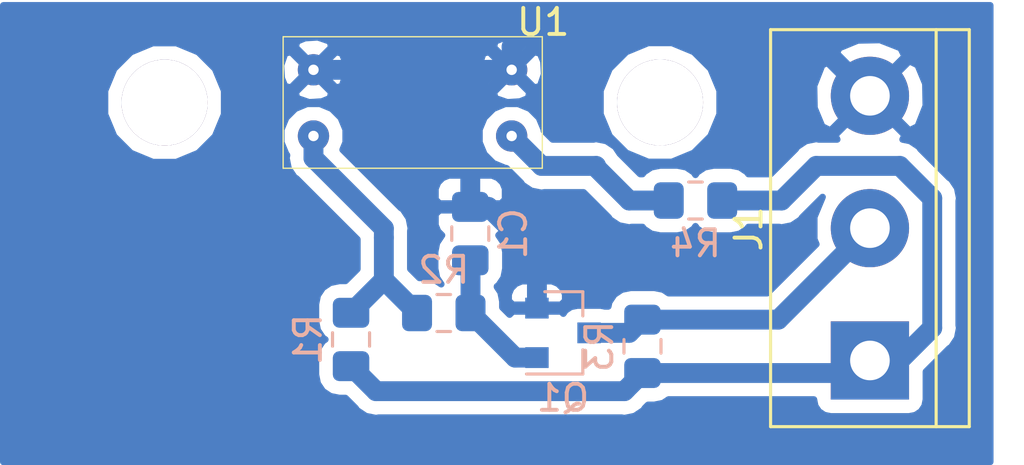
<source format=kicad_pcb>
(kicad_pcb (version 20171130) (host pcbnew "(5.0.0-rc2-dev-586-g888c43477)")

  (general
    (thickness 1.6)
    (drawings 0)
    (tracks 56)
    (zones 0)
    (modules 8)
    (nets 7)
  )

  (page A4)
  (layers
    (0 F.Cu signal)
    (31 B.Cu signal)
    (32 B.Adhes user)
    (33 F.Adhes user)
    (34 B.Paste user)
    (35 F.Paste user)
    (36 B.SilkS user)
    (37 F.SilkS user)
    (38 B.Mask user)
    (39 F.Mask user)
    (40 Dwgs.User user)
    (41 Cmts.User user)
    (42 Eco1.User user)
    (43 Eco2.User user)
    (44 Edge.Cuts user)
    (45 Margin user)
    (46 B.CrtYd user)
    (47 F.CrtYd user)
    (48 B.Fab user)
    (49 F.Fab user)
  )

  (setup
    (last_trace_width 0.762)
    (trace_clearance 0.508)
    (zone_clearance 0.508)
    (zone_45_only no)
    (trace_min 0.2)
    (segment_width 0.2)
    (edge_width 0.15)
    (via_size 0.8)
    (via_drill 0.4)
    (via_min_size 0.4)
    (via_min_drill 0.3)
    (uvia_size 0.3)
    (uvia_drill 0.1)
    (uvias_allowed no)
    (uvia_min_size 0.2)
    (uvia_min_drill 0.1)
    (pcb_text_width 0.3)
    (pcb_text_size 1.5 1.5)
    (mod_edge_width 0.15)
    (mod_text_size 1 1)
    (mod_text_width 0.15)
    (pad_size 3 3)
    (pad_drill 1.52)
    (pad_to_mask_clearance 0.2)
    (aux_axis_origin 0 0)
    (visible_elements FFFFFF7F)
    (pcbplotparams
      (layerselection 0x010fc_ffffffff)
      (usegerberextensions false)
      (usegerberattributes false)
      (usegerberadvancedattributes false)
      (creategerberjobfile false)
      (excludeedgelayer true)
      (linewidth 0.100000)
      (plotframeref false)
      (viasonmask false)
      (mode 1)
      (useauxorigin false)
      (hpglpennumber 1)
      (hpglpenspeed 20)
      (hpglpendiameter 15)
      (psnegative false)
      (psa4output false)
      (plotreference true)
      (plotvalue true)
      (plotinvisibletext false)
      (padsonsilk false)
      (subtractmaskfromsilk false)
      (outputformat 1)
      (mirror false)
      (drillshape 1)
      (scaleselection 1)
      (outputdirectory ""))
  )

  (net 0 "")
  (net 1 "Net-(R1-Pad1)")
  (net 2 +5V)
  (net 3 "Net-(C1-Pad1)")
  (net 4 GND)
  (net 5 "Net-(J1-Pad2)")
  (net 6 "Net-(R4-Pad1)")

  (net_class Default "This is the default net class."
    (clearance 0.508)
    (trace_width 0.762)
    (via_dia 0.8)
    (via_drill 0.4)
    (uvia_dia 0.3)
    (uvia_drill 0.1)
    (add_net +5V)
    (add_net GND)
    (add_net "Net-(C1-Pad1)")
    (add_net "Net-(J1-Pad2)")
    (add_net "Net-(R1-Pad1)")
    (add_net "Net-(R4-Pad1)")
  )

  (module "Gambiarra toperr:sensor_phct203" (layer F.Cu) (tedit 5C99797D) (tstamp 5CBEB6C0)
    (at 124.968 80.01 180)
    (path /5C995FF4)
    (fp_text reference U1 (at 0 0.5 180) (layer F.SilkS)
      (effects (font (size 1 1) (thickness 0.15)))
    )
    (fp_text value 4N35 (at 0 -0.5 180) (layer F.Fab)
      (effects (font (size 1 1) (thickness 0.15)))
    )
    (fp_line (start 9.97 -5.1166) (end 9.97 -0.062) (layer F.SilkS) (width 0.05))
    (fp_line (start 9.97 -0.062) (end 0.064 -0.062) (layer F.SilkS) (width 0.05))
    (fp_line (start 0.032 -0.0564) (end 0.032 -5.111) (layer F.SilkS) (width 0.05))
    (fp_line (start 0.032 -5.111) (end 9.938 -5.111) (layer F.SilkS) (width 0.05))
    (pad "" thru_hole circle (at -4.4835 -2.5837) (size 3.3 3.3) (drill 3.3) (layers *.Cu *.Mask))
    (pad "" thru_hole circle (at 14.5165 -2.5893 180) (size 3.3 3.3) (drill 3.3) (layers *.Cu *.Mask))
    (pad 4 thru_hole circle (at 8.807 -1.332 180) (size 1.2 1.2) (drill 0.4) (layers *.Cu *.Mask)
      (net 4 GND))
    (pad 2 thru_hole circle (at 1.207 -1.332 180) (size 1.2 1.2) (drill 0.4) (layers *.Cu *.Mask)
      (net 4 GND))
    (pad 5 thru_hole circle (at 8.807 -3.872 180) (size 1.2 1.2) (drill 0.4) (layers *.Cu *.Mask)
      (net 1 "Net-(R1-Pad1)"))
    (pad 1 thru_hole circle (at 1.207 -3.872 180) (size 1.2 1.2) (drill 0.4) (layers *.Cu *.Mask)
      (net 6 "Net-(R4-Pad1)"))
  )

  (module Resistor_SMD:R_0805_2012Metric_Pad1.15x1.40mm_HandSolder (layer B.Cu) (tedit 5B36C52B) (tstamp 5CBEB680)
    (at 117.602 91.694 270)
    (descr "Resistor SMD 0805 (2012 Metric), square (rectangular) end terminal, IPC_7351 nominal with elongated pad for handsoldering. (Body size source: https://docs.google.com/spreadsheets/d/1BsfQQcO9C6DZCsRaXUlFlo91Tg2WpOkGARC1WS5S8t0/edit?usp=sharing), generated with kicad-footprint-generator")
    (tags "resistor handsolder")
    (path /5C99639D)
    (attr smd)
    (fp_text reference R1 (at 0 1.65 270) (layer B.SilkS)
      (effects (font (size 1 1) (thickness 0.15)) (justify mirror))
    )
    (fp_text value 1k (at 0 -1.65 270) (layer B.Fab)
      (effects (font (size 1 1) (thickness 0.15)) (justify mirror))
    )
    (fp_line (start -1 -0.6) (end -1 0.6) (layer B.Fab) (width 0.1))
    (fp_line (start -1 0.6) (end 1 0.6) (layer B.Fab) (width 0.1))
    (fp_line (start 1 0.6) (end 1 -0.6) (layer B.Fab) (width 0.1))
    (fp_line (start 1 -0.6) (end -1 -0.6) (layer B.Fab) (width 0.1))
    (fp_line (start -0.261252 0.71) (end 0.261252 0.71) (layer B.SilkS) (width 0.12))
    (fp_line (start -0.261252 -0.71) (end 0.261252 -0.71) (layer B.SilkS) (width 0.12))
    (fp_line (start -1.85 -0.95) (end -1.85 0.95) (layer B.CrtYd) (width 0.05))
    (fp_line (start -1.85 0.95) (end 1.85 0.95) (layer B.CrtYd) (width 0.05))
    (fp_line (start 1.85 0.95) (end 1.85 -0.95) (layer B.CrtYd) (width 0.05))
    (fp_line (start 1.85 -0.95) (end -1.85 -0.95) (layer B.CrtYd) (width 0.05))
    (fp_text user %R (at 0 0) (layer B.Fab)
      (effects (font (size 0.5 0.5) (thickness 0.08)) (justify mirror))
    )
    (pad 1 smd roundrect (at -1.025 0 270) (size 1.15 1.4) (layers B.Cu B.Paste B.Mask)(roundrect_rratio 0.217391)
      (net 1 "Net-(R1-Pad1)"))
    (pad 2 smd roundrect (at 1.025 0 270) (size 1.15 1.4) (layers B.Cu B.Paste B.Mask)(roundrect_rratio 0.217391)
      (net 2 +5V))
    (model ${KISYS3DMOD}/Resistor_SMD.3dshapes/R_0805_2012Metric.wrl
      (at (xyz 0 0 0))
      (scale (xyz 1 1 1))
      (rotate (xyz 0 0 0))
    )
  )

  (module Resistor_SMD:R_0805_2012Metric_Pad1.15x1.40mm_HandSolder (layer B.Cu) (tedit 5B36C52B) (tstamp 5CD775BF)
    (at 130.81 86.36)
    (descr "Resistor SMD 0805 (2012 Metric), square (rectangular) end terminal, IPC_7351 nominal with elongated pad for handsoldering. (Body size source: https://docs.google.com/spreadsheets/d/1BsfQQcO9C6DZCsRaXUlFlo91Tg2WpOkGARC1WS5S8t0/edit?usp=sharing), generated with kicad-footprint-generator")
    (tags "resistor handsolder")
    (path /5C9988CB)
    (attr smd)
    (fp_text reference R4 (at 0 1.65) (layer B.SilkS)
      (effects (font (size 1 1) (thickness 0.15)) (justify mirror))
    )
    (fp_text value 220R (at 0 -1.65) (layer B.Fab)
      (effects (font (size 1 1) (thickness 0.15)) (justify mirror))
    )
    (fp_line (start -1 -0.6) (end -1 0.6) (layer B.Fab) (width 0.1))
    (fp_line (start -1 0.6) (end 1 0.6) (layer B.Fab) (width 0.1))
    (fp_line (start 1 0.6) (end 1 -0.6) (layer B.Fab) (width 0.1))
    (fp_line (start 1 -0.6) (end -1 -0.6) (layer B.Fab) (width 0.1))
    (fp_line (start -0.261252 0.71) (end 0.261252 0.71) (layer B.SilkS) (width 0.12))
    (fp_line (start -0.261252 -0.71) (end 0.261252 -0.71) (layer B.SilkS) (width 0.12))
    (fp_line (start -1.85 -0.95) (end -1.85 0.95) (layer B.CrtYd) (width 0.05))
    (fp_line (start -1.85 0.95) (end 1.85 0.95) (layer B.CrtYd) (width 0.05))
    (fp_line (start 1.85 0.95) (end 1.85 -0.95) (layer B.CrtYd) (width 0.05))
    (fp_line (start 1.85 -0.95) (end -1.85 -0.95) (layer B.CrtYd) (width 0.05))
    (fp_text user %R (at 0 0) (layer B.Fab)
      (effects (font (size 0.5 0.5) (thickness 0.08)) (justify mirror))
    )
    (pad 1 smd roundrect (at -1.025 0) (size 1.15 1.4) (layers B.Cu B.Paste B.Mask)(roundrect_rratio 0.217391)
      (net 6 "Net-(R4-Pad1)"))
    (pad 2 smd roundrect (at 1.025 0) (size 1.15 1.4) (layers B.Cu B.Paste B.Mask)(roundrect_rratio 0.217391)
      (net 2 +5V))
    (model ${KISYS3DMOD}/Resistor_SMD.3dshapes/R_0805_2012Metric.wrl
      (at (xyz 0 0 0))
      (scale (xyz 1 1 1))
      (rotate (xyz 0 0 0))
    )
  )

  (module Package_TO_SOT_SMD:SOT-23 (layer B.Cu) (tedit 5A02FF57) (tstamp 5CD7702C)
    (at 125.73 91.44)
    (descr "SOT-23, Standard")
    (tags SOT-23)
    (path /5C99849D)
    (attr smd)
    (fp_text reference Q1 (at 0 2.5) (layer B.SilkS)
      (effects (font (size 1 1) (thickness 0.15)) (justify mirror))
    )
    (fp_text value Q_NPN_BEC (at 0 -2.5) (layer B.Fab)
      (effects (font (size 1 1) (thickness 0.15)) (justify mirror))
    )
    (fp_text user %R (at 0 0 -90) (layer B.Fab)
      (effects (font (size 0.5 0.5) (thickness 0.075)) (justify mirror))
    )
    (fp_line (start -0.7 0.95) (end -0.7 -1.5) (layer B.Fab) (width 0.1))
    (fp_line (start -0.15 1.52) (end 0.7 1.52) (layer B.Fab) (width 0.1))
    (fp_line (start -0.7 0.95) (end -0.15 1.52) (layer B.Fab) (width 0.1))
    (fp_line (start 0.7 1.52) (end 0.7 -1.52) (layer B.Fab) (width 0.1))
    (fp_line (start -0.7 -1.52) (end 0.7 -1.52) (layer B.Fab) (width 0.1))
    (fp_line (start 0.76 -1.58) (end 0.76 -0.65) (layer B.SilkS) (width 0.12))
    (fp_line (start 0.76 1.58) (end 0.76 0.65) (layer B.SilkS) (width 0.12))
    (fp_line (start -1.7 1.75) (end 1.7 1.75) (layer B.CrtYd) (width 0.05))
    (fp_line (start 1.7 1.75) (end 1.7 -1.75) (layer B.CrtYd) (width 0.05))
    (fp_line (start 1.7 -1.75) (end -1.7 -1.75) (layer B.CrtYd) (width 0.05))
    (fp_line (start -1.7 -1.75) (end -1.7 1.75) (layer B.CrtYd) (width 0.05))
    (fp_line (start 0.76 1.58) (end -1.4 1.58) (layer B.SilkS) (width 0.12))
    (fp_line (start 0.76 -1.58) (end -0.7 -1.58) (layer B.SilkS) (width 0.12))
    (pad 1 smd rect (at -1 0.95) (size 0.9 0.8) (layers B.Cu B.Paste B.Mask)
      (net 3 "Net-(C1-Pad1)"))
    (pad 2 smd rect (at -1 -0.95) (size 0.9 0.8) (layers B.Cu B.Paste B.Mask)
      (net 4 GND))
    (pad 3 smd rect (at 1 0) (size 0.9 0.8) (layers B.Cu B.Paste B.Mask)
      (net 5 "Net-(J1-Pad2)"))
    (model ${KISYS3DMOD}/Package_TO_SOT_SMD.3dshapes/SOT-23.wrl
      (at (xyz 0 0 0))
      (scale (xyz 1 1 1))
      (rotate (xyz 0 0 0))
    )
  )

  (module TerminalBlock:TerminalBlock_bornier-3_P5.08mm (layer F.Cu) (tedit 5C997712) (tstamp 5CD75D47)
    (at 137.5 92.5 90)
    (descr "simple 3-pin terminal block, pitch 5.08mm, revamped version of bornier3")
    (tags "terminal block bornier3")
    (path /5C99777B)
    (fp_text reference J1 (at 5.05 -4.65 90) (layer F.SilkS)
      (effects (font (size 1 1) (thickness 0.15)))
    )
    (fp_text value conector (at 5.08 5.08 90) (layer F.Fab)
      (effects (font (size 1 1) (thickness 0.15)))
    )
    (fp_text user %R (at 5.08 0 90) (layer F.Fab)
      (effects (font (size 1 1) (thickness 0.15)))
    )
    (fp_line (start -2.47 2.55) (end 12.63 2.55) (layer F.Fab) (width 0.1))
    (fp_line (start -2.47 -3.75) (end 12.63 -3.75) (layer F.Fab) (width 0.1))
    (fp_line (start 12.63 -3.75) (end 12.63 3.75) (layer F.Fab) (width 0.1))
    (fp_line (start 12.63 3.75) (end -2.47 3.75) (layer F.Fab) (width 0.1))
    (fp_line (start -2.47 3.75) (end -2.47 -3.75) (layer F.Fab) (width 0.1))
    (fp_line (start -2.54 3.81) (end -2.54 -3.81) (layer F.SilkS) (width 0.12))
    (fp_line (start 12.7 3.81) (end 12.7 -3.81) (layer F.SilkS) (width 0.12))
    (fp_line (start -2.54 2.54) (end 12.7 2.54) (layer F.SilkS) (width 0.12))
    (fp_line (start -2.54 -3.81) (end 12.7 -3.81) (layer F.SilkS) (width 0.12))
    (fp_line (start -2.54 3.81) (end 12.7 3.81) (layer F.SilkS) (width 0.12))
    (fp_line (start -2.72 -4) (end 12.88 -4) (layer F.CrtYd) (width 0.05))
    (fp_line (start -2.72 -4) (end -2.72 4) (layer F.CrtYd) (width 0.05))
    (fp_line (start 12.88 4) (end 12.88 -4) (layer F.CrtYd) (width 0.05))
    (fp_line (start 12.88 4) (end -2.72 4) (layer F.CrtYd) (width 0.05))
    (pad 1 thru_hole rect (at 0 0 90) (size 3 3) (drill 1.52) (layers *.Cu *.Mask)
      (net 2 +5V))
    (pad 2 thru_hole circle (at 5.08 0 90) (size 3 3) (drill 1.52) (layers *.Cu *.Mask)
      (net 5 "Net-(J1-Pad2)"))
    (pad 3 thru_hole circle (at 10.16 0 90) (size 3 3) (drill 1.52) (layers *.Cu *.Mask)
      (net 4 GND) (clearance 0.0001))
    (model ${KISYS3DMOD}/TerminalBlock.3dshapes/TerminalBlock_bornier-3_P5.08mm.wrl
      (offset (xyz 5.079999923706055 0 0))
      (scale (xyz 1 1 1))
      (rotate (xyz 0 0 0))
    )
  )

  (module Capacitor_SMD:C_0805_2012Metric_Pad1.15x1.40mm_HandSolder (layer B.Cu) (tedit 5B36C52B) (tstamp 5CBEB6D1)
    (at 122.174 87.63 90)
    (descr "Capacitor SMD 0805 (2012 Metric), square (rectangular) end terminal, IPC_7351 nominal with elongated pad for handsoldering. (Body size source: https://docs.google.com/spreadsheets/d/1BsfQQcO9C6DZCsRaXUlFlo91Tg2WpOkGARC1WS5S8t0/edit?usp=sharing), generated with kicad-footprint-generator")
    (tags "capacitor handsolder")
    (path /5C996405)
    (attr smd)
    (fp_text reference C1 (at 0 1.65 90) (layer B.SilkS)
      (effects (font (size 1 1) (thickness 0.15)) (justify mirror))
    )
    (fp_text value 100n (at 0 -1.65 90) (layer B.Fab)
      (effects (font (size 1 1) (thickness 0.15)) (justify mirror))
    )
    (fp_line (start -1 -0.6) (end -1 0.6) (layer B.Fab) (width 0.1))
    (fp_line (start -1 0.6) (end 1 0.6) (layer B.Fab) (width 0.1))
    (fp_line (start 1 0.6) (end 1 -0.6) (layer B.Fab) (width 0.1))
    (fp_line (start 1 -0.6) (end -1 -0.6) (layer B.Fab) (width 0.1))
    (fp_line (start -0.261252 0.71) (end 0.261252 0.71) (layer B.SilkS) (width 0.12))
    (fp_line (start -0.261252 -0.71) (end 0.261252 -0.71) (layer B.SilkS) (width 0.12))
    (fp_line (start -1.85 -0.95) (end -1.85 0.95) (layer B.CrtYd) (width 0.05))
    (fp_line (start -1.85 0.95) (end 1.85 0.95) (layer B.CrtYd) (width 0.05))
    (fp_line (start 1.85 0.95) (end 1.85 -0.95) (layer B.CrtYd) (width 0.05))
    (fp_line (start 1.85 -0.95) (end -1.85 -0.95) (layer B.CrtYd) (width 0.05))
    (fp_text user %R (at 0 0 90) (layer B.Fab)
      (effects (font (size 0.5 0.5) (thickness 0.08)) (justify mirror))
    )
    (pad 1 smd roundrect (at -1.025 0 90) (size 1.15 1.4) (layers B.Cu B.Paste B.Mask)(roundrect_rratio 0.217391)
      (net 3 "Net-(C1-Pad1)"))
    (pad 2 smd roundrect (at 1.025 0 90) (size 1.15 1.4) (layers B.Cu B.Paste B.Mask)(roundrect_rratio 0.217391)
      (net 4 GND))
    (model ${KISYS3DMOD}/Capacitor_SMD.3dshapes/C_0805_2012Metric.wrl
      (at (xyz 0 0 0))
      (scale (xyz 1 1 1))
      (rotate (xyz 0 0 0))
    )
  )

  (module Resistor_SMD:R_0805_2012Metric_Pad1.15x1.40mm_HandSolder (layer B.Cu) (tedit 5B36C52B) (tstamp 5CBEB6A2)
    (at 128.778 91.957 270)
    (descr "Resistor SMD 0805 (2012 Metric), square (rectangular) end terminal, IPC_7351 nominal with elongated pad for handsoldering. (Body size source: https://docs.google.com/spreadsheets/d/1BsfQQcO9C6DZCsRaXUlFlo91Tg2WpOkGARC1WS5S8t0/edit?usp=sharing), generated with kicad-footprint-generator")
    (tags "resistor handsolder")
    (path /5C9974DF)
    (attr smd)
    (fp_text reference R3 (at 0 1.65 270) (layer B.SilkS)
      (effects (font (size 1 1) (thickness 0.15)) (justify mirror))
    )
    (fp_text value 1k (at 0 -1.65 270) (layer B.Fab)
      (effects (font (size 1 1) (thickness 0.15)) (justify mirror))
    )
    (fp_line (start -1 -0.6) (end -1 0.6) (layer B.Fab) (width 0.1))
    (fp_line (start -1 0.6) (end 1 0.6) (layer B.Fab) (width 0.1))
    (fp_line (start 1 0.6) (end 1 -0.6) (layer B.Fab) (width 0.1))
    (fp_line (start 1 -0.6) (end -1 -0.6) (layer B.Fab) (width 0.1))
    (fp_line (start -0.261252 0.71) (end 0.261252 0.71) (layer B.SilkS) (width 0.12))
    (fp_line (start -0.261252 -0.71) (end 0.261252 -0.71) (layer B.SilkS) (width 0.12))
    (fp_line (start -1.85 -0.95) (end -1.85 0.95) (layer B.CrtYd) (width 0.05))
    (fp_line (start -1.85 0.95) (end 1.85 0.95) (layer B.CrtYd) (width 0.05))
    (fp_line (start 1.85 0.95) (end 1.85 -0.95) (layer B.CrtYd) (width 0.05))
    (fp_line (start 1.85 -0.95) (end -1.85 -0.95) (layer B.CrtYd) (width 0.05))
    (fp_text user %R (at 0 0) (layer B.Fab)
      (effects (font (size 0.5 0.5) (thickness 0.08)) (justify mirror))
    )
    (pad 1 smd roundrect (at -1.025 0 270) (size 1.15 1.4) (layers B.Cu B.Paste B.Mask)(roundrect_rratio 0.217391)
      (net 5 "Net-(J1-Pad2)"))
    (pad 2 smd roundrect (at 1.025 0 270) (size 1.15 1.4) (layers B.Cu B.Paste B.Mask)(roundrect_rratio 0.217391)
      (net 2 +5V))
    (model ${KISYS3DMOD}/Resistor_SMD.3dshapes/R_0805_2012Metric.wrl
      (at (xyz 0 0 0))
      (scale (xyz 1 1 1))
      (rotate (xyz 0 0 0))
    )
  )

  (module Resistor_SMD:R_0805_2012Metric_Pad1.15x1.40mm_HandSolder (layer B.Cu) (tedit 5B36C52B) (tstamp 5CBEB691)
    (at 121.158 90.678 180)
    (descr "Resistor SMD 0805 (2012 Metric), square (rectangular) end terminal, IPC_7351 nominal with elongated pad for handsoldering. (Body size source: https://docs.google.com/spreadsheets/d/1BsfQQcO9C6DZCsRaXUlFlo91Tg2WpOkGARC1WS5S8t0/edit?usp=sharing), generated with kicad-footprint-generator")
    (tags "resistor handsolder")
    (path /5C99630B)
    (attr smd)
    (fp_text reference R2 (at 0 1.65 180) (layer B.SilkS)
      (effects (font (size 1 1) (thickness 0.15)) (justify mirror))
    )
    (fp_text value 100R (at 0 -1.65 180) (layer B.Fab)
      (effects (font (size 1 1) (thickness 0.15)) (justify mirror))
    )
    (fp_text user %R (at 0 0 180) (layer B.Fab)
      (effects (font (size 0.5 0.5) (thickness 0.08)) (justify mirror))
    )
    (fp_line (start 1.85 -0.95) (end -1.85 -0.95) (layer B.CrtYd) (width 0.05))
    (fp_line (start 1.85 0.95) (end 1.85 -0.95) (layer B.CrtYd) (width 0.05))
    (fp_line (start -1.85 0.95) (end 1.85 0.95) (layer B.CrtYd) (width 0.05))
    (fp_line (start -1.85 -0.95) (end -1.85 0.95) (layer B.CrtYd) (width 0.05))
    (fp_line (start -0.261252 -0.71) (end 0.261252 -0.71) (layer B.SilkS) (width 0.12))
    (fp_line (start -0.261252 0.71) (end 0.261252 0.71) (layer B.SilkS) (width 0.12))
    (fp_line (start 1 -0.6) (end -1 -0.6) (layer B.Fab) (width 0.1))
    (fp_line (start 1 0.6) (end 1 -0.6) (layer B.Fab) (width 0.1))
    (fp_line (start -1 0.6) (end 1 0.6) (layer B.Fab) (width 0.1))
    (fp_line (start -1 -0.6) (end -1 0.6) (layer B.Fab) (width 0.1))
    (pad 2 smd roundrect (at 1.025 0 180) (size 1.15 1.4) (layers B.Cu B.Paste B.Mask)(roundrect_rratio 0.217391)
      (net 1 "Net-(R1-Pad1)"))
    (pad 1 smd roundrect (at -1.025 0 180) (size 1.15 1.4) (layers B.Cu B.Paste B.Mask)(roundrect_rratio 0.217391)
      (net 3 "Net-(C1-Pad1)"))
    (model ${KISYS3DMOD}/Resistor_SMD.3dshapes/R_0805_2012Metric.wrl
      (at (xyz 0 0 0))
      (scale (xyz 1 1 1))
      (rotate (xyz 0 0 0))
    )
  )

  (segment (start 137.2646 82.5754) (end 137.5 82.34) (width 0.762) (layer B.Cu) (net 4))
  (segment (start 136.7194 81.5594) (end 137.5 82.34) (width 0.762) (layer B.Cu) (net 4))
  (segment (start 118.86 89.411) (end 117.602 90.669) (width 0.762) (layer B.Cu) (net 1))
  (segment (start 118.86 87.788) (end 118.86 89.411) (width 0.762) (layer B.Cu) (net 1))
  (segment (start 118.866 89.411) (end 120.133 90.678) (width 0.762) (layer B.Cu) (net 1))
  (segment (start 118.86 89.411) (end 118.866 89.411) (width 0.762) (layer B.Cu) (net 1))
  (segment (start 118.86 87.429528) (end 118.86 87.788) (width 0.762) (layer B.Cu) (net 1))
  (segment (start 116.161 84.730528) (end 118.86 87.429528) (width 0.762) (layer B.Cu) (net 1))
  (segment (start 116.161 83.882) (end 116.161 84.730528) (width 0.762) (layer B.Cu) (net 1))
  (segment (start 136.703 91.703) (end 137.5 92.5) (width 0.762) (layer B.Cu) (net 2))
  (segment (start 136.398 93.602) (end 137.5 92.5) (width 0.762) (layer B.Cu) (net 2))
  (segment (start 128.154628 93.605372) (end 128.778 92.982) (width 0.762) (layer B.Cu) (net 2))
  (segment (start 128.080999 93.679001) (end 128.154628 93.605372) (width 0.762) (layer B.Cu) (net 2))
  (segment (start 118.562001 93.679001) (end 128.080999 93.679001) (width 0.762) (layer B.Cu) (net 2))
  (segment (start 117.602 92.719) (end 118.562001 93.679001) (width 0.762) (layer B.Cu) (net 2))
  (segment (start 137.018 92.982) (end 137.5 92.5) (width 0.762) (layer B.Cu) (net 2))
  (segment (start 128.778 92.982) (end 137.018 92.982) (width 0.762) (layer B.Cu) (net 2))
  (segment (start 138.64 92.5) (end 137.5 92.5) (width 0.762) (layer B.Cu) (net 2))
  (segment (start 134.112 86.36) (end 135.441001 85.030999) (width 0.762) (layer B.Cu) (net 2))
  (segment (start 135.441001 85.030999) (end 138.646721 85.030999) (width 0.762) (layer B.Cu) (net 2))
  (segment (start 131.835 86.36) (end 134.112 86.36) (width 0.762) (layer B.Cu) (net 2))
  (segment (start 138.646721 85.030999) (end 139.889001 86.273279) (width 0.762) (layer B.Cu) (net 2))
  (segment (start 139.889001 86.273279) (end 139.889001 91.250999) (width 0.762) (layer B.Cu) (net 2))
  (segment (start 139.889001 91.250999) (end 138.64 92.5) (width 0.762) (layer B.Cu) (net 2))
  (segment (start 122.183 88.664) (end 122.174 88.655) (width 0.762) (layer B.Cu) (net 3))
  (segment (start 122.183 90.678) (end 122.183 88.664) (width 0.762) (layer B.Cu) (net 3))
  (segment (start 123.895 92.39) (end 122.183 90.678) (width 0.762) (layer B.Cu) (net 3))
  (segment (start 124.73 92.39) (end 123.895 92.39) (width 0.762) (layer B.Cu) (net 3))
  (segment (start 124.73 89.328) (end 124.73 90.49) (width 0.762) (layer B.Cu) (net 4))
  (segment (start 124.73 88.465984) (end 124.73 89.328) (width 0.762) (layer B.Cu) (net 4))
  (segment (start 122.869016 86.605) (end 124.73 88.465984) (width 0.762) (layer B.Cu) (net 4))
  (segment (start 122.174 86.605) (end 122.869016 86.605) (width 0.762) (layer B.Cu) (net 4))
  (segment (start 137.106 81.946) (end 137.5 82.34) (width 0.762) (layer B.Cu) (net 4))
  (segment (start 134.916 79.756) (end 137.5 82.34) (width 0.762) (layer B.Cu) (net 4))
  (segment (start 124.46 79.756) (end 134.916 79.756) (width 0.762) (layer B.Cu) (net 4))
  (segment (start 123.761 81.342) (end 123.761 80.455) (width 0.762) (layer B.Cu) (net 4))
  (segment (start 123.761 80.455) (end 124.46 79.756) (width 0.762) (layer B.Cu) (net 4))
  (segment (start 122.874 81.342) (end 122.174 82.042) (width 0.762) (layer B.Cu) (net 4))
  (segment (start 122.936 81.342) (end 122.874 81.342) (width 0.762) (layer B.Cu) (net 4))
  (segment (start 122.174 82.042) (end 122.174 86.605) (width 0.762) (layer B.Cu) (net 4))
  (segment (start 122.174 81.342) (end 122.174 82.042) (width 0.762) (layer B.Cu) (net 4))
  (segment (start 122.936 81.342) (end 122.174 81.342) (width 0.762) (layer B.Cu) (net 4))
  (segment (start 123.761 81.342) (end 122.936 81.342) (width 0.762) (layer B.Cu) (net 4))
  (segment (start 122.112 82.042) (end 121.412 81.342) (width 0.762) (layer B.Cu) (net 4))
  (segment (start 122.174 82.042) (end 122.112 82.042) (width 0.762) (layer B.Cu) (net 4))
  (segment (start 122.174 81.342) (end 121.412 81.342) (width 0.762) (layer B.Cu) (net 4))
  (segment (start 121.412 81.342) (end 116.161 81.342) (width 0.762) (layer B.Cu) (net 4))
  (segment (start 128.27 91.44) (end 128.778 90.932) (width 0.762) (layer B.Cu) (net 5))
  (segment (start 126.73 91.44) (end 128.27 91.44) (width 0.762) (layer B.Cu) (net 5))
  (segment (start 133.988 90.932) (end 137.5 87.42) (width 0.762) (layer B.Cu) (net 5))
  (segment (start 128.778 90.932) (end 133.988 90.932) (width 0.762) (layer B.Cu) (net 5))
  (segment (start 128.27 86.36) (end 129.785 86.36) (width 0.762) (layer B.Cu) (net 6))
  (segment (start 127 85.09) (end 128.27 86.36) (width 0.762) (layer B.Cu) (net 6))
  (segment (start 127 85.030999) (end 127 85.09) (width 0.762) (layer B.Cu) (net 6))
  (segment (start 123.761 83.882) (end 124.909999 85.030999) (width 0.762) (layer B.Cu) (net 6))
  (segment (start 124.909999 85.030999) (end 127 85.030999) (width 0.762) (layer B.Cu) (net 6))

  (zone (net 4) (net_name GND) (layer B.Cu) (tstamp 0) (hatch edge 0.508)
    (connect_pads (clearance 0.508))
    (min_thickness 0.254)
    (fill yes (arc_segments 16) (thermal_gap 0.508) (thermal_bridge_width 0.508))
    (polygon
      (pts
        (xy 142.24 78.74) (xy 142.24 96.52) (xy 104.14 96.52) (xy 104.14 78.74)
      )
    )
    (filled_polygon
      (pts
        (xy 142.113 96.393) (xy 104.267 96.393) (xy 104.267 82.144785) (xy 108.1665 82.144785) (xy 108.1665 83.053815)
        (xy 108.51437 83.893649) (xy 109.157151 84.53643) (xy 109.996985 84.8843) (xy 110.906015 84.8843) (xy 111.745849 84.53643)
        (xy 112.38863 83.893649) (xy 112.495209 83.636343) (xy 114.926 83.636343) (xy 114.926 84.127657) (xy 115.114018 84.581571)
        (xy 115.145 84.612553) (xy 115.145 84.630465) (xy 115.125096 84.730528) (xy 115.145 84.830591) (xy 115.145 84.830593)
        (xy 115.20395 85.126951) (xy 115.428506 85.463023) (xy 115.513338 85.519706) (xy 117.844 87.850369) (xy 117.844001 88.990159)
        (xy 117.3876 89.44656) (xy 117.151999 89.44656) (xy 116.808564 89.514873) (xy 116.517414 89.709414) (xy 116.322873 90.000564)
        (xy 116.25456 90.343999) (xy 116.25456 90.994001) (xy 116.322873 91.337436) (xy 116.517414 91.628586) (xy 116.615313 91.694)
        (xy 116.517414 91.759414) (xy 116.322873 92.050564) (xy 116.25456 92.393999) (xy 116.25456 93.044001) (xy 116.322873 93.387436)
        (xy 116.517414 93.678586) (xy 116.808564 93.873127) (xy 117.151999 93.94144) (xy 117.387599 93.94144) (xy 117.772823 94.326664)
        (xy 117.829506 94.411496) (xy 117.914337 94.468178) (xy 118.165576 94.636051) (xy 118.165577 94.636051) (xy 118.165578 94.636052)
        (xy 118.461936 94.695001) (xy 118.562 94.714905) (xy 118.662064 94.695001) (xy 127.980936 94.695001) (xy 128.080999 94.714905)
        (xy 128.181062 94.695001) (xy 128.181064 94.695001) (xy 128.477422 94.636052) (xy 128.813494 94.411496) (xy 128.870179 94.326661)
        (xy 128.9924 94.20444) (xy 129.228001 94.20444) (xy 129.571436 94.136127) (xy 129.778157 93.998) (xy 135.35256 93.998)
        (xy 135.35256 94) (xy 135.401843 94.247765) (xy 135.542191 94.457809) (xy 135.752235 94.598157) (xy 136 94.64744)
        (xy 139 94.64744) (xy 139.247765 94.598157) (xy 139.457809 94.457809) (xy 139.598157 94.247765) (xy 139.64744 94)
        (xy 139.64744 92.9294) (xy 140.536664 92.040177) (xy 140.621496 91.983494) (xy 140.846052 91.647422) (xy 140.905001 91.351064)
        (xy 140.905001 91.351063) (xy 140.924905 91.251) (xy 140.905001 91.150936) (xy 140.905001 86.373342) (xy 140.924905 86.273278)
        (xy 140.89559 86.125904) (xy 140.846052 85.876856) (xy 140.621496 85.540784) (xy 140.536665 85.484102) (xy 139.4359 84.383338)
        (xy 139.379216 84.298504) (xy 139.043144 84.073948) (xy 138.753027 84.01624) (xy 138.834365 83.85397) (xy 137.5 82.519605)
        (xy 136.165635 83.85397) (xy 136.246351 84.014999) (xy 135.541064 84.014999) (xy 135.441 83.995095) (xy 135.340936 84.014999)
        (xy 135.044578 84.073948) (xy 135.044577 84.073949) (xy 135.044576 84.073949) (xy 134.964197 84.127657) (xy 134.708506 84.298504)
        (xy 134.651824 84.383335) (xy 133.69116 85.344) (xy 132.840414 85.344) (xy 132.794586 85.275414) (xy 132.503436 85.080873)
        (xy 132.160001 85.01256) (xy 131.509999 85.01256) (xy 131.166564 85.080873) (xy 130.875414 85.275414) (xy 130.81 85.373313)
        (xy 130.744586 85.275414) (xy 130.453436 85.080873) (xy 130.110001 85.01256) (xy 129.459999 85.01256) (xy 129.116564 85.080873)
        (xy 128.825414 85.275414) (xy 128.779586 85.344) (xy 128.690841 85.344) (xy 127.907988 84.561147) (xy 127.732495 84.298504)
        (xy 127.396423 84.073948) (xy 127.100065 84.014999) (xy 127.100064 84.014999) (xy 127 83.995095) (xy 126.899935 84.014999)
        (xy 125.33084 84.014999) (xy 124.996 83.68016) (xy 124.996 83.636343) (xy 124.807982 83.182429) (xy 124.460571 82.835018)
        (xy 124.006657 82.647) (xy 123.515343 82.647) (xy 123.061429 82.835018) (xy 122.714018 83.182429) (xy 122.526 83.636343)
        (xy 122.526 84.127657) (xy 122.714018 84.581571) (xy 123.061429 84.928982) (xy 123.515343 85.117) (xy 123.55916 85.117)
        (xy 124.120821 85.678662) (xy 124.177504 85.763494) (xy 124.513576 85.98805) (xy 124.809934 86.046999) (xy 124.809935 86.046999)
        (xy 124.909999 86.066903) (xy 125.010062 86.046999) (xy 126.520159 86.046999) (xy 127.480822 87.007663) (xy 127.537505 87.092495)
        (xy 127.743788 87.230329) (xy 127.873575 87.31705) (xy 127.873576 87.31705) (xy 127.873577 87.317051) (xy 128.169935 87.376)
        (xy 128.269999 87.395904) (xy 128.370063 87.376) (xy 128.779586 87.376) (xy 128.825414 87.444586) (xy 129.116564 87.639127)
        (xy 129.459999 87.70744) (xy 130.110001 87.70744) (xy 130.453436 87.639127) (xy 130.744586 87.444586) (xy 130.81 87.346687)
        (xy 130.875414 87.444586) (xy 131.166564 87.639127) (xy 131.509999 87.70744) (xy 132.160001 87.70744) (xy 132.503436 87.639127)
        (xy 132.794586 87.444586) (xy 132.840414 87.376) (xy 134.011937 87.376) (xy 134.112 87.395904) (xy 134.212063 87.376)
        (xy 134.212065 87.376) (xy 134.508423 87.317051) (xy 134.844495 87.092495) (xy 134.90118 87.007661) (xy 135.684245 86.224595)
        (xy 135.365 86.995322) (xy 135.365 87.844678) (xy 135.445101 88.038059) (xy 133.56716 89.916) (xy 129.778157 89.916)
        (xy 129.571436 89.777873) (xy 129.228001 89.70956) (xy 128.327999 89.70956) (xy 127.984564 89.777873) (xy 127.693414 89.972414)
        (xy 127.498873 90.263564) (xy 127.466961 90.424) (xy 127.338061 90.424) (xy 127.18 90.39256) (xy 126.28 90.39256)
        (xy 126.032235 90.441843) (xy 125.822191 90.582191) (xy 125.741781 90.702531) (xy 125.65625 90.617) (xy 124.857 90.617)
        (xy 124.857 90.637) (xy 124.603 90.637) (xy 124.603 90.617) (xy 123.80375 90.617) (xy 123.681295 90.739455)
        (xy 123.40544 90.4636) (xy 123.40544 90.227999) (xy 123.352867 89.96369) (xy 123.645 89.96369) (xy 123.645 90.20425)
        (xy 123.80375 90.363) (xy 124.603 90.363) (xy 124.603 89.61375) (xy 124.857 89.61375) (xy 124.857 90.363)
        (xy 125.65625 90.363) (xy 125.815 90.20425) (xy 125.815 89.96369) (xy 125.718327 89.730301) (xy 125.539698 89.551673)
        (xy 125.306309 89.455) (xy 125.01575 89.455) (xy 124.857 89.61375) (xy 124.603 89.61375) (xy 124.44425 89.455)
        (xy 124.153691 89.455) (xy 123.920302 89.551673) (xy 123.741673 89.730301) (xy 123.645 89.96369) (xy 123.352867 89.96369)
        (xy 123.337127 89.884564) (xy 123.199 89.677843) (xy 123.199 89.6544) (xy 123.258586 89.614586) (xy 123.453127 89.323436)
        (xy 123.52144 88.980001) (xy 123.52144 88.329999) (xy 123.453127 87.986564) (xy 123.258586 87.695414) (xy 123.257403 87.694623)
        (xy 123.412327 87.539698) (xy 123.509 87.306309) (xy 123.509 86.89075) (xy 123.35025 86.732) (xy 122.301 86.732)
        (xy 122.301 86.752) (xy 122.047 86.752) (xy 122.047 86.732) (xy 120.99775 86.732) (xy 120.839 86.89075)
        (xy 120.839 87.306309) (xy 120.935673 87.539698) (xy 121.090597 87.694623) (xy 121.089414 87.695414) (xy 120.894873 87.986564)
        (xy 120.82656 88.329999) (xy 120.82656 88.980001) (xy 120.894873 89.323436) (xy 121.061298 89.572508) (xy 120.801436 89.398873)
        (xy 120.458001 89.33056) (xy 120.222401 89.33056) (xy 119.876 88.98416) (xy 119.876 87.529591) (xy 119.895904 87.429527)
        (xy 119.840139 87.149177) (xy 119.817051 87.033105) (xy 119.798789 87.005773) (xy 119.721932 86.89075) (xy 119.592495 86.697033)
        (xy 119.507664 86.640351) (xy 118.771004 85.903691) (xy 120.839 85.903691) (xy 120.839 86.31925) (xy 120.99775 86.478)
        (xy 122.047 86.478) (xy 122.047 85.55375) (xy 122.301 85.55375) (xy 122.301 86.478) (xy 123.35025 86.478)
        (xy 123.509 86.31925) (xy 123.509 85.903691) (xy 123.412327 85.670302) (xy 123.233699 85.491673) (xy 123.00031 85.395)
        (xy 122.45975 85.395) (xy 122.301 85.55375) (xy 122.047 85.55375) (xy 121.88825 85.395) (xy 121.34769 85.395)
        (xy 121.114301 85.491673) (xy 120.935673 85.670302) (xy 120.839 85.903691) (xy 118.771004 85.903691) (xy 117.27854 84.411228)
        (xy 117.396 84.127657) (xy 117.396 83.636343) (xy 117.207982 83.182429) (xy 116.860571 82.835018) (xy 116.406657 82.647)
        (xy 115.915343 82.647) (xy 115.461429 82.835018) (xy 115.114018 83.182429) (xy 114.926 83.636343) (xy 112.495209 83.636343)
        (xy 112.7365 83.053815) (xy 112.7365 82.204735) (xy 115.47787 82.204735) (xy 115.527383 82.430164) (xy 115.992036 82.589807)
        (xy 116.482413 82.559482) (xy 116.794617 82.430164) (xy 116.84413 82.204735) (xy 123.07787 82.204735) (xy 123.127383 82.430164)
        (xy 123.592036 82.589807) (xy 124.082413 82.559482) (xy 124.394617 82.430164) (xy 124.44413 82.204735) (xy 124.37858 82.139185)
        (xy 127.1665 82.139185) (xy 127.1665 83.048215) (xy 127.51437 83.888049) (xy 128.157151 84.53083) (xy 128.996985 84.8787)
        (xy 129.906015 84.8787) (xy 130.745849 84.53083) (xy 131.38863 83.888049) (xy 131.7365 83.048215) (xy 131.7365 82.139185)
        (xy 131.6607 81.956187) (xy 135.357277 81.956187) (xy 135.373503 82.805387) (xy 135.667261 83.514582) (xy 135.98603 83.674365)
        (xy 137.320395 82.34) (xy 137.679605 82.34) (xy 139.01397 83.674365) (xy 139.332739 83.514582) (xy 139.642723 82.723813)
        (xy 139.626497 81.874613) (xy 139.332739 81.165418) (xy 139.01397 81.005635) (xy 137.679605 82.34) (xy 137.320395 82.34)
        (xy 135.98603 81.005635) (xy 135.667261 81.165418) (xy 135.357277 81.956187) (xy 131.6607 81.956187) (xy 131.38863 81.299351)
        (xy 130.915309 80.82603) (xy 136.165635 80.82603) (xy 137.5 82.160395) (xy 138.834365 80.82603) (xy 138.674582 80.507261)
        (xy 137.883813 80.197277) (xy 137.034613 80.213503) (xy 136.325418 80.507261) (xy 136.165635 80.82603) (xy 130.915309 80.82603)
        (xy 130.745849 80.65657) (xy 129.906015 80.3087) (xy 128.996985 80.3087) (xy 128.157151 80.65657) (xy 127.51437 81.299351)
        (xy 127.1665 82.139185) (xy 124.37858 82.139185) (xy 123.761 81.521605) (xy 123.07787 82.204735) (xy 116.84413 82.204735)
        (xy 116.161 81.521605) (xy 115.47787 82.204735) (xy 112.7365 82.204735) (xy 112.7365 82.144785) (xy 112.38863 81.304951)
        (xy 112.256715 81.173036) (xy 114.913193 81.173036) (xy 114.943518 81.663413) (xy 115.072836 81.975617) (xy 115.298265 82.02513)
        (xy 115.981395 81.342) (xy 116.340605 81.342) (xy 117.023735 82.02513) (xy 117.249164 81.975617) (xy 117.408807 81.510964)
        (xy 117.38791 81.173036) (xy 122.513193 81.173036) (xy 122.543518 81.663413) (xy 122.672836 81.975617) (xy 122.898265 82.02513)
        (xy 123.581395 81.342) (xy 123.940605 81.342) (xy 124.623735 82.02513) (xy 124.849164 81.975617) (xy 125.008807 81.510964)
        (xy 124.978482 81.020587) (xy 124.849164 80.708383) (xy 124.623735 80.65887) (xy 123.940605 81.342) (xy 123.581395 81.342)
        (xy 122.898265 80.65887) (xy 122.672836 80.708383) (xy 122.513193 81.173036) (xy 117.38791 81.173036) (xy 117.378482 81.020587)
        (xy 117.249164 80.708383) (xy 117.023735 80.65887) (xy 116.340605 81.342) (xy 115.981395 81.342) (xy 115.298265 80.65887)
        (xy 115.072836 80.708383) (xy 114.913193 81.173036) (xy 112.256715 81.173036) (xy 111.745849 80.66217) (xy 111.304277 80.479265)
        (xy 115.47787 80.479265) (xy 116.161 81.162395) (xy 116.84413 80.479265) (xy 123.07787 80.479265) (xy 123.761 81.162395)
        (xy 124.44413 80.479265) (xy 124.394617 80.253836) (xy 123.929964 80.094193) (xy 123.439587 80.124518) (xy 123.127383 80.253836)
        (xy 123.07787 80.479265) (xy 116.84413 80.479265) (xy 116.794617 80.253836) (xy 116.329964 80.094193) (xy 115.839587 80.124518)
        (xy 115.527383 80.253836) (xy 115.47787 80.479265) (xy 111.304277 80.479265) (xy 110.906015 80.3143) (xy 109.996985 80.3143)
        (xy 109.157151 80.66217) (xy 108.51437 81.304951) (xy 108.1665 82.144785) (xy 104.267 82.144785) (xy 104.267 78.867)
        (xy 142.113 78.867)
      )
    )
  )
)

</source>
